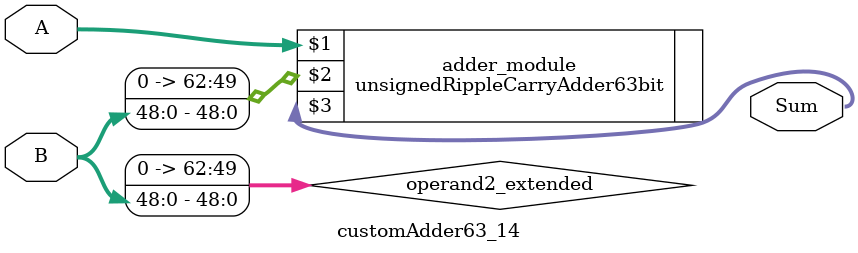
<source format=v>
module customAdder63_14(
                        input [62 : 0] A,
                        input [48 : 0] B,
                        
                        output [63 : 0] Sum
                );

        wire [62 : 0] operand2_extended;
        
        assign operand2_extended =  {14'b0, B};
        
        unsignedRippleCarryAdder63bit adder_module(
            A,
            operand2_extended,
            Sum
        );
        
        endmodule
        
</source>
